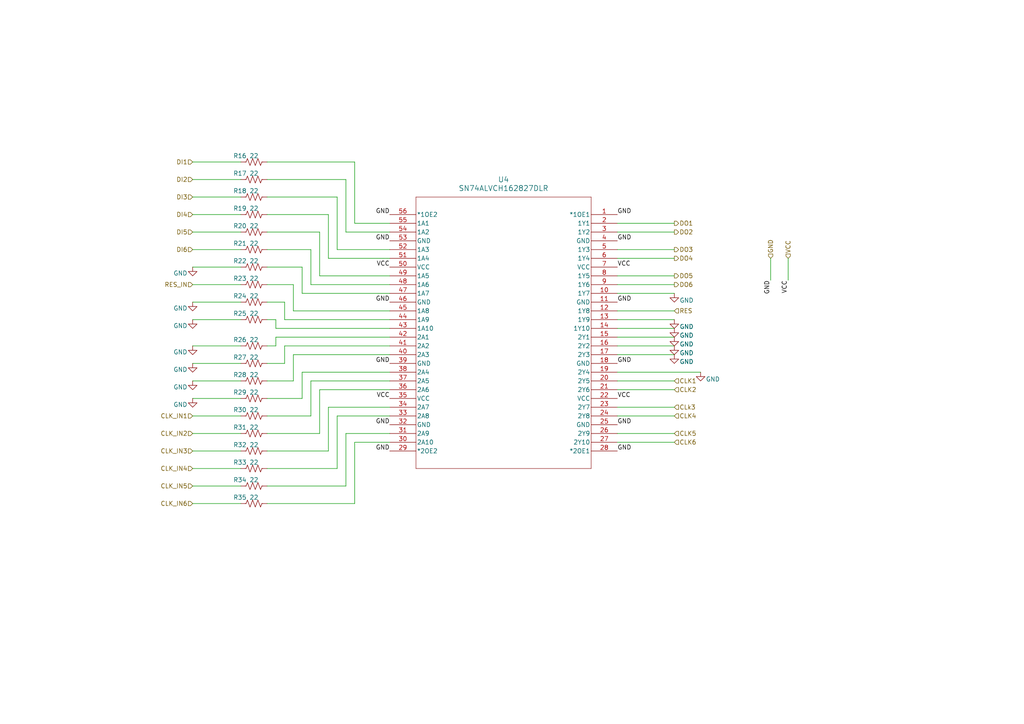
<source format=kicad_sch>
(kicad_sch (version 20231120) (generator "eeschema") (generator_version "8.0")
  (paper "A4")
  (lib_symbols
    (symbol "74ALVCH:SN74ALVCH162827DLR" (pin_names (offset 0.254))
      (property "Reference" "U" (at 33.02 10.16 0))
      (property "Value" "SN74ALVCH162827DLR" (at 33.02 7.62 0))
      (symbol "SN74ALVCH162827DLR_0_1"
        (polyline (pts (xy 7.62 -73.66) (xy 58.42 -73.66)) (stroke (width 0.127)))
        (polyline (pts (xy 7.62 5.08) (xy 7.62 -73.66)) (stroke (width 0.127)))
        (polyline (pts (xy 58.42 -73.66) (xy 58.42 5.08)) (stroke (width 0.127)))
        (polyline (pts (xy 58.42 5.08) (xy 7.62 5.08)) (stroke (width 0.127)))
        (pin input line (at 0 0 0) (length 7.62) (name "*1OE1") (number "1"))
        (pin output line (at 0 -22.86 0) (length 7.62) (name "1Y7") (number "10"))
        (pin power_in line (at 0 -25.4 0) (length 7.62) (name "GND") (number "11"))
        (pin output line (at 0 -27.94 0) (length 7.62) (name "1Y8") (number "12"))
        (pin output line (at 0 -30.48 0) (length 7.62) (name "1Y9") (number "13"))
        (pin output line (at 0 -33.02 0) (length 7.62) (name "1Y10") (number "14"))
        (pin output line (at 0 -35.56 0) (length 7.62) (name "2Y1") (number "15"))
        (pin output line (at 0 -38.1 0) (length 7.62) (name "2Y2") (number "16"))
        (pin output line (at 0 -40.64 0) (length 7.62) (name "2Y3") (number "17"))
        (pin power_in line (at 0 -43.18 0) (length 7.62) (name "GND") (number "18"))
        (pin output line (at 0 -45.72 0) (length 7.62) (name "2Y4") (number "19"))
        (pin output line (at 0 -2.54 0) (length 7.62) (name "1Y1") (number "2"))
        (pin output line (at 0 -48.26 0) (length 7.62) (name "2Y5") (number "20"))
        (pin output line (at 0 -50.8 0) (length 7.62) (name "2Y6") (number "21"))
        (pin power_in line (at 0 -53.34 0) (length 7.62) (name "VCC") (number "22"))
        (pin output line (at 0 -55.88 0) (length 7.62) (name "2Y7") (number "23"))
        (pin output line (at 0 -58.42 0) (length 7.62) (name "2Y8") (number "24"))
        (pin power_in line (at 0 -60.96 0) (length 7.62) (name "GND") (number "25"))
        (pin output line (at 0 -63.5 0) (length 7.62) (name "2Y9") (number "26"))
        (pin output line (at 0 -66.04 0) (length 7.62) (name "2Y10") (number "27"))
        (pin input line (at 0 -68.58 0) (length 7.62) (name "*2OE1") (number "28"))
        (pin input line (at 66.04 -68.58 180) (length 7.62) (name "*2OE2") (number "29"))
        (pin output line (at 0 -5.08 0) (length 7.62) (name "1Y2") (number "3"))
        (pin input line (at 66.04 -66.04 180) (length 7.62) (name "2A10") (number "30"))
        (pin input line (at 66.04 -63.5 180) (length 7.62) (name "2A9") (number "31"))
        (pin power_in line (at 66.04 -60.96 180) (length 7.62) (name "GND") (number "32"))
        (pin input line (at 66.04 -58.42 180) (length 7.62) (name "2A8") (number "33"))
        (pin input line (at 66.04 -55.88 180) (length 7.62) (name "2A7") (number "34"))
        (pin power_in line (at 66.04 -53.34 180) (length 7.62) (name "VCC") (number "35"))
        (pin input line (at 66.04 -50.8 180) (length 7.62) (name "2A6") (number "36"))
        (pin input line (at 66.04 -48.26 180) (length 7.62) (name "2A5") (number "37"))
        (pin input line (at 66.04 -45.72 180) (length 7.62) (name "2A4") (number "38"))
        (pin power_in line (at 66.04 -43.18 180) (length 7.62) (name "GND") (number "39"))
        (pin power_in line (at 0 -7.62 0) (length 7.62) (name "GND") (number "4"))
        (pin input line (at 66.04 -40.64 180) (length 7.62) (name "2A3") (number "40"))
        (pin input line (at 66.04 -38.1 180) (length 7.62) (name "2A2") (number "41"))
        (pin input line (at 66.04 -35.56 180) (length 7.62) (name "2A1") (number "42"))
        (pin input line (at 66.04 -33.02 180) (length 7.62) (name "1A10") (number "43"))
        (pin input line (at 66.04 -30.48 180) (length 7.62) (name "1A9") (number "44"))
        (pin input line (at 66.04 -27.94 180) (length 7.62) (name "1A8") (number "45"))
        (pin power_in line (at 66.04 -25.4 180) (length 7.62) (name "GND") (number "46"))
        (pin input line (at 66.04 -22.86 180) (length 7.62) (name "1A7") (number "47"))
        (pin input line (at 66.04 -20.32 180) (length 7.62) (name "1A6") (number "48"))
        (pin input line (at 66.04 -17.78 180) (length 7.62) (name "1A5") (number "49"))
        (pin output line (at 0 -10.16 0) (length 7.62) (name "1Y3") (number "5"))
        (pin power_in line (at 66.04 -15.24 180) (length 7.62) (name "VCC") (number "50"))
        (pin input line (at 66.04 -12.7 180) (length 7.62) (name "1A4") (number "51"))
        (pin input line (at 66.04 -10.16 180) (length 7.62) (name "1A3") (number "52"))
        (pin power_in line (at 66.04 -7.62 180) (length 7.62) (name "GND") (number "53"))
        (pin input line (at 66.04 -5.08 180) (length 7.62) (name "1A2") (number "54"))
        (pin input line (at 66.04 -2.54 180) (length 7.62) (name "1A1") (number "55"))
        (pin input line (at 66.04 0 180) (length 7.62) (name "*1OE2") (number "56"))
        (pin output line (at 0 -12.7 0) (length 7.62) (name "1Y4") (number "6"))
        (pin power_in line (at 0 -15.24 0) (length 7.62) (name "VCC") (number "7"))
        (pin output line (at 0 -17.78 0) (length 7.62) (name "1Y5") (number "8"))
        (pin output line (at 0 -20.32 0) (length 7.62) (name "1Y6") (number "9"))
      )
    )
    (symbol "Device:R_US" (pin_numbers hide) (pin_names (offset 0))
      (property "Reference" "R" (at 2.54 0 90))
      (property "Value" "R_US" (at -2.54 0 90))
      (symbol "R_US_0_1"
        (polyline (pts (xy 0 -2.286) (xy 0 -2.54)))
        (polyline (pts (xy 0 2.286) (xy 0 2.54)))
        (polyline (pts (xy 0 -0.762) (xy 1.016 -1.143) (xy 0 -1.524) (xy -1.016 -1.905) (xy 0 -2.286)))
        (polyline (pts (xy 0 0.762) (xy 1.016 0.381) (xy 0 0) (xy -1.016 -0.381) (xy 0 -0.762)))
        (polyline (pts (xy 0 2.286) (xy 1.016 1.905) (xy 0 1.524) (xy -1.016 1.143) (xy 0 0.762)))
      )
      (symbol "R_US_1_1"
        (pin passive line (at 0 3.81 270) (length 1.27) (name "~") (number "1"))
        (pin passive line (at 0 -3.81 90) (length 1.27) (name "~") (number "2"))
      )
    )
    (symbol "power:GND" (power) (pin_numbers hide) (pin_names (offset 0) hide)
      (property "Value" "GND" (at 0 -3.81 0))
      (symbol "GND_0_1"
        (polyline (pts (xy 0 0) (xy 0 -1.27) (xy 1.27 -1.27) (xy 0 -2.54) (xy -1.27 -1.27) (xy 0 -1.27)))
      )
      (symbol "GND_1_1"
        (pin power_in line (at 0 0 270) (length 0) (name "~") (number "1"))
      )
    )
  )
  (wire (pts (xy 179.07 97.79) (xy 195.58 97.79)))
  (wire (pts (xy 82.55 87.63) (xy 82.55 92.71)))
  (wire (pts (xy 113.03 107.95) (xy 87.63 107.95)))
  (wire (pts (xy 100.33 125.73) (xy 100.33 140.97)))
  (wire (pts (xy 80.01 97.79) (xy 80.01 100.33)))
  (wire (pts (xy 80.01 92.71) (xy 77.47 92.71)))
  (wire (pts (xy 179.07 74.93) (xy 195.58 74.93)))
  (wire (pts (xy 55.88 62.23) (xy 69.85 62.23)))
  (wire (pts (xy 95.25 118.11) (xy 95.25 130.81)))
  (wire (pts (xy 113.03 82.55) (xy 90.17 82.55)))
  (wire (pts (xy 82.55 92.71) (xy 113.03 92.71)))
  (wire (pts (xy 55.88 125.73) (xy 69.85 125.73)))
  (wire (pts (xy 179.07 80.01) (xy 195.58 80.01)))
  (wire (pts (xy 90.17 120.65) (xy 77.47 120.65)))
  (wire (pts (xy 82.55 105.41) (xy 77.47 105.41)))
  (wire (pts (xy 77.47 72.39) (xy 90.17 72.39)))
  (wire (pts (xy 55.88 72.39) (xy 69.85 72.39)))
  (wire (pts (xy 55.88 46.99) (xy 69.85 46.99)))
  (wire (pts (xy 55.88 146.05) (xy 69.85 146.05)))
  (wire (pts (xy 92.71 67.31) (xy 77.47 67.31)))
  (wire (pts (xy 55.88 135.89) (xy 69.85 135.89)))
  (wire (pts (xy 92.71 125.73) (xy 77.47 125.73)))
  (wire (pts (xy 87.63 107.95) (xy 87.63 115.57)))
  (wire (pts (xy 113.03 102.87) (xy 85.09 102.87)))
  (wire (pts (xy 100.33 140.97) (xy 77.47 140.97)))
  (wire (pts (xy 85.09 102.87) (xy 85.09 110.49)))
  (wire (pts (xy 55.88 130.81) (xy 69.85 130.81)))
  (wire (pts (xy 95.25 74.93) (xy 95.25 62.23)))
  (wire (pts (xy 97.79 72.39) (xy 113.03 72.39)))
  (wire (pts (xy 55.88 82.55) (xy 69.85 82.55)))
  (wire (pts (xy 102.87 128.27) (xy 102.87 146.05)))
  (wire (pts (xy 85.09 110.49) (xy 77.47 110.49)))
  (wire (pts (xy 102.87 146.05) (xy 77.47 146.05)))
  (wire (pts (xy 179.07 92.71) (xy 195.58 92.71)))
  (wire (pts (xy 113.03 67.31) (xy 100.33 67.31)))
  (wire (pts (xy 113.03 118.11) (xy 95.25 118.11)))
  (wire (pts (xy 80.01 95.25) (xy 80.01 92.71)))
  (wire (pts (xy 77.47 46.99) (xy 102.87 46.99)))
  (wire (pts (xy 55.88 92.71) (xy 69.85 92.71)))
  (wire (pts (xy 113.03 97.79) (xy 80.01 97.79)))
  (wire (pts (xy 102.87 46.99) (xy 102.87 64.77)))
  (wire (pts (xy 113.03 80.01) (xy 92.71 80.01)))
  (wire (pts (xy 80.01 100.33) (xy 77.47 100.33)))
  (wire (pts (xy 179.07 100.33) (xy 195.58 100.33)))
  (wire (pts (xy 77.47 87.63) (xy 82.55 87.63)))
  (wire (pts (xy 90.17 82.55) (xy 90.17 72.39)))
  (wire (pts (xy 55.88 110.49) (xy 69.85 110.49)))
  (wire (pts (xy 95.25 130.81) (xy 77.47 130.81)))
  (wire (pts (xy 87.63 85.09) (xy 87.63 77.47)))
  (wire (pts (xy 113.03 90.17) (xy 85.09 90.17)))
  (wire (pts (xy 85.09 90.17) (xy 85.09 82.55)))
  (wire (pts (xy 113.03 85.09) (xy 87.63 85.09)))
  (wire (pts (xy 100.33 52.07) (xy 77.47 52.07)))
  (wire (pts (xy 55.88 115.57) (xy 69.85 115.57)))
  (wire (pts (xy 90.17 110.49) (xy 90.17 120.65)))
  (wire (pts (xy 82.55 100.33) (xy 82.55 105.41)))
  (wire (pts (xy 85.09 82.55) (xy 77.47 82.55)))
  (wire (pts (xy 97.79 72.39) (xy 97.79 57.15)))
  (wire (pts (xy 179.07 85.09) (xy 195.58 85.09)))
  (wire (pts (xy 92.71 113.03) (xy 92.71 125.73)))
  (wire (pts (xy 179.07 95.25) (xy 195.58 95.25)))
  (wire (pts (xy 223.52 74.93) (xy 223.52 81.28)))
  (wire (pts (xy 55.88 67.31) (xy 69.85 67.31)))
  (wire (pts (xy 113.03 100.33) (xy 82.55 100.33)))
  (wire (pts (xy 113.03 95.25) (xy 80.01 95.25)))
  (wire (pts (xy 179.07 72.39) (xy 195.58 72.39)))
  (wire (pts (xy 100.33 67.31) (xy 100.33 52.07)))
  (wire (pts (xy 87.63 115.57) (xy 77.47 115.57)))
  (wire (pts (xy 179.07 110.49) (xy 195.58 110.49)))
  (wire (pts (xy 55.88 140.97) (xy 69.85 140.97)))
  (wire (pts (xy 179.07 125.73) (xy 195.58 125.73)))
  (wire (pts (xy 55.88 52.07) (xy 69.85 52.07)))
  (wire (pts (xy 97.79 57.15) (xy 77.47 57.15)))
  (wire (pts (xy 179.07 118.11) (xy 195.58 118.11)))
  (wire (pts (xy 95.25 62.23) (xy 77.47 62.23)))
  (wire (pts (xy 179.07 64.77) (xy 195.58 64.77)))
  (wire (pts (xy 179.07 113.03) (xy 195.58 113.03)))
  (wire (pts (xy 55.88 77.47) (xy 69.85 77.47)))
  (wire (pts (xy 55.88 87.63) (xy 69.85 87.63)))
  (wire (pts (xy 97.79 135.89) (xy 77.47 135.89)))
  (wire (pts (xy 179.07 90.17) (xy 195.58 90.17)))
  (wire (pts (xy 92.71 80.01) (xy 92.71 67.31)))
  (wire (pts (xy 179.07 128.27) (xy 195.58 128.27)))
  (wire (pts (xy 102.87 64.77) (xy 113.03 64.77)))
  (wire (pts (xy 113.03 113.03) (xy 92.71 113.03)))
  (wire (pts (xy 97.79 120.65) (xy 97.79 135.89)))
  (wire (pts (xy 179.07 82.55) (xy 195.58 82.55)))
  (wire (pts (xy 113.03 110.49) (xy 90.17 110.49)))
  (wire (pts (xy 179.07 102.87) (xy 195.58 102.87)))
  (wire (pts (xy 113.03 74.93) (xy 95.25 74.93)))
  (wire (pts (xy 113.03 125.73) (xy 100.33 125.73)))
  (wire (pts (xy 179.07 120.65) (xy 195.58 120.65)))
  (wire (pts (xy 179.07 67.31) (xy 195.58 67.31)))
  (wire (pts (xy 87.63 77.47) (xy 77.47 77.47)))
  (wire (pts (xy 55.88 120.65) (xy 69.85 120.65)))
  (wire (pts (xy 113.03 128.27) (xy 102.87 128.27)))
  (wire (pts (xy 228.6 74.93) (xy 228.6 81.28)))
  (wire (pts (xy 55.88 105.41) (xy 69.85 105.41)))
  (wire (pts (xy 179.07 107.95) (xy 203.2 107.95)))
  (wire (pts (xy 55.88 100.33) (xy 69.85 100.33)))
  (wire (pts (xy 113.03 120.65) (xy 97.79 120.65)))
  (wire (pts (xy 55.88 57.15) (xy 69.85 57.15)))
  (label "GND" (at 113.03 130.81 180))
  (label "GND" (at 179.07 69.85 0))
  (label "VCC" (at 179.07 77.47 0))
  (label "VCC" (at 179.07 115.57 0))
  (label "GND" (at 223.52 81.28 270))
  (label "VCC" (at 113.03 115.57 180))
  (label "VCC" (at 113.03 77.47 180))
  (label "GND" (at 113.03 123.19 180))
  (label "GND" (at 179.07 123.19 0))
  (label "GND" (at 113.03 62.23 180))
  (label "GND" (at 179.07 62.23 0))
  (label "VCC" (at 228.6 81.28 270))
  (label "GND" (at 179.07 130.81 0))
  (label "GND" (at 179.07 105.41 0))
  (label "GND" (at 113.03 105.41 180))
  (label "GND" (at 179.07 87.63 0))
  (label "GND" (at 113.03 87.63 180))
  (label "GND" (at 113.03 69.85 180))
  (hierarchical_label "DI6" (shape input) (at 55.88 72.39 180))
  (hierarchical_label "RES_IN" (shape input) (at 55.88 82.55 180))
  (hierarchical_label "DI3" (shape input) (at 55.88 57.15 180))
  (hierarchical_label "DO6" (shape output) (at 195.58 82.55 0))
  (hierarchical_label "CLK4" (shape input) (at 195.58 120.65 0))
  (hierarchical_label "DI4" (shape input) (at 55.88 62.23 180))
  (hierarchical_label "DO2" (shape output) (at 195.58 67.31 0))
  (hierarchical_label "CLK_IN5" (shape input) (at 55.88 140.97 180))
  (hierarchical_label "CLk3" (shape input) (at 195.58 118.11 0))
  (hierarchical_label "CLK5" (shape input) (at 195.58 125.73 0))
  (hierarchical_label "CLK_IN2" (shape input) (at 55.88 125.73 180))
  (hierarchical_label "CLK_IN4" (shape input) (at 55.88 135.89 180))
  (hierarchical_label "DI2" (shape input) (at 55.88 52.07 180))
  (hierarchical_label "DI5" (shape input) (at 55.88 67.31 180))
  (hierarchical_label "CLK_IN1" (shape input) (at 55.88 120.65 180))
  (hierarchical_label "DI1" (shape input) (at 55.88 46.99 180))
  (hierarchical_label "GND" (shape input) (at 223.52 74.93 90))
  (hierarchical_label "DO3" (shape output) (at 195.58 72.39 0))
  (hierarchical_label "CLK6" (shape input) (at 195.58 128.27 0))
  (hierarchical_label "DO1" (shape output) (at 195.58 64.77 0))
  (hierarchical_label "CLK2" (shape input) (at 195.58 113.03 0))
  (hierarchical_label "CLK_IN3" (shape input) (at 55.88 130.81 180))
  (hierarchical_label "DO4" (shape output) (at 195.58 74.93 0))
  (hierarchical_label "CLK_IN6" (shape input) (at 55.88 146.05 180))
  (hierarchical_label "CLK1" (shape input) (at 195.58 110.49 0))
  (hierarchical_label "VCC" (shape input) (at 228.6 74.93 90))
  (hierarchical_label "DO5" (shape output) (at 195.58 80.01 0))
  (hierarchical_label "RES" (shape input) (at 195.58 90.17 0))
  (symbol (lib_id "Device:R_US") (at 73.66 52.07 90) (unit 1)
    (property "Reference" "R17" (at 69.596 50.292 90))
    (property "Value" "22" (at 73.66 50.292 90))
    (property "Description" "Resistor, US symbol" (effects (hide yes)))
  )
  (symbol (lib_id "power:GND") (at 55.88 92.71 0) (unit 1)
    (property "Reference" "#PWR015" (effects (hide yes)))
    (property "Value" "GND" (at 52.324 94.488 0))
    (property "Description" "Power symbol creates a global label with name \"GND\" , ground" (effects (hide yes)))
  )
  (symbol (lib_id "power:GND") (at 55.88 115.57 0) (unit 1)
    (property "Reference" "#PWR019" (effects (hide yes)))
    (property "Value" "GND" (at 52.324 117.348 0))
    (property "Description" "Power symbol creates a global label with name \"GND\" , ground" (effects (hide yes)))
  )
  (symbol (lib_id "power:GND") (at 55.88 87.63 0) (unit 1)
    (property "Reference" "#PWR014" (effects (hide yes)))
    (property "Value" "GND" (at 52.324 89.408 0))
    (property "Description" "Power symbol creates a global label with name \"GND\" , ground" (effects (hide yes)))
  )
  (symbol (lib_id "Device:R_US") (at 73.66 62.23 90) (unit 1)
    (property "Reference" "R19" (at 69.596 60.452 90))
    (property "Value" "22" (at 73.66 60.452 90))
    (property "Description" "Resistor, US symbol" (effects (hide yes)))
  )
  (symbol (lib_id "74ALVCH:SN74ALVCH162827DLR") (at 179.07 62.23 0) (mirror y) (unit 1)
    (property "Reference" "U4" (at 146.05 52.07 0) (effects (font (size 1.524 1.524))))
    (property "Value" "SN74ALVCH162827DLR" (at 146.05 54.61 0) (effects (font (size 1.524 1.524))))
    (property "Footprint" "DL56" (effects (hide yes)))
    (property "Datasheet" "SN74ALVCH162827DLR" (effects (hide yes)))
  )
  (symbol (lib_id "Device:R_US") (at 73.66 130.81 90) (unit 1)
    (property "Reference" "R32" (at 69.596 129.032 90))
    (property "Value" "22" (at 73.66 129.032 90))
    (property "Description" "Resistor, US symbol" (effects (hide yes)))
  )
  (symbol (lib_id "Device:R_US") (at 73.66 135.89 90) (unit 1)
    (property "Reference" "R33" (at 69.596 134.112 90))
    (property "Value" "22" (at 73.66 134.112 90))
    (property "Description" "Resistor, US symbol" (effects (hide yes)))
  )
  (symbol (lib_id "Device:R_US") (at 73.66 146.05 90) (unit 1)
    (property "Reference" "R35" (at 69.596 144.272 90))
    (property "Value" "22" (at 73.66 144.272 90))
    (property "Description" "Resistor, US symbol" (effects (hide yes)))
  )
  (symbol (lib_id "power:GND") (at 195.58 95.25 0) (unit 1)
    (property "Reference" "#PWR022" (effects (hide yes)))
    (property "Value" "GND" (at 199.136 97.282 0))
    (property "Description" "Power symbol creates a global label with name \"GND\" , ground" (effects (hide yes)))
  )
  (symbol (lib_id "Device:R_US") (at 73.66 120.65 90) (unit 1)
    (property "Reference" "R30" (at 69.596 118.872 90))
    (property "Value" "22" (at 73.66 118.872 90))
    (property "Description" "Resistor, US symbol" (effects (hide yes)))
  )
  (symbol (lib_id "Device:R_US") (at 73.66 110.49 90) (unit 1)
    (property "Reference" "R28" (at 69.596 108.712 90))
    (property "Value" "22" (at 73.66 108.712 90))
    (property "Description" "Resistor, US symbol" (effects (hide yes)))
  )
  (symbol (lib_id "power:GND") (at 195.58 92.71 0) (unit 1)
    (property "Reference" "#PWR021" (effects (hide yes)))
    (property "Value" "GND" (at 199.136 94.742 0))
    (property "Description" "Power symbol creates a global label with name \"GND\" , ground" (effects (hide yes)))
  )
  (symbol (lib_id "Device:R_US") (at 73.66 77.47 90) (unit 1)
    (property "Reference" "R22" (at 69.596 75.692 90))
    (property "Value" "22" (at 73.66 75.692 90))
    (property "Description" "Resistor, US symbol" (effects (hide yes)))
  )
  (symbol (lib_id "Device:R_US") (at 73.66 100.33 90) (unit 1)
    (property "Reference" "R26" (at 69.596 98.552 90))
    (property "Value" "22" (at 73.66 98.552 90))
    (property "Description" "Resistor, US symbol" (effects (hide yes)))
  )
  (symbol (lib_id "power:GND") (at 55.88 100.33 0) (unit 1)
    (property "Reference" "#PWR016" (effects (hide yes)))
    (property "Value" "GND" (at 52.324 102.108 0))
    (property "Description" "Power symbol creates a global label with name \"GND\" , ground" (effects (hide yes)))
  )
  (symbol (lib_id "power:GND") (at 195.58 97.79 0) (unit 1)
    (property "Reference" "#PWR023" (effects (hide yes)))
    (property "Value" "GND" (at 199.136 99.822 0))
    (property "Description" "Power symbol creates a global label with name \"GND\" , ground" (effects (hide yes)))
  )
  (symbol (lib_id "Device:R_US") (at 73.66 82.55 90) (unit 1)
    (property "Reference" "R23" (at 69.596 80.772 90))
    (property "Value" "22" (at 73.66 80.772 90))
    (property "Description" "Resistor, US symbol" (effects (hide yes)))
  )
  (symbol (lib_id "Device:R_US") (at 73.66 105.41 90) (unit 1)
    (property "Reference" "R27" (at 69.596 103.632 90))
    (property "Value" "22" (at 73.66 103.632 90))
    (property "Description" "Resistor, US symbol" (effects (hide yes)))
  )
  (symbol (lib_id "Device:R_US") (at 73.66 115.57 90) (unit 1)
    (property "Reference" "R29" (at 69.596 113.792 90))
    (property "Value" "22" (at 73.66 113.792 90))
    (property "Description" "Resistor, US symbol" (effects (hide yes)))
  )
  (symbol (lib_id "Device:R_US") (at 73.66 87.63 90) (unit 1)
    (property "Reference" "R24" (at 69.596 85.852 90))
    (property "Value" "22" (at 73.66 85.852 90))
    (property "Description" "Resistor, US symbol" (effects (hide yes)))
  )
  (symbol (lib_id "power:GND") (at 195.58 85.09 0) (unit 1)
    (property "Reference" "#PWR020" (effects (hide yes)))
    (property "Value" "GND" (at 199.136 87.122 0))
    (property "Description" "Power symbol creates a global label with name \"GND\" , ground" (effects (hide yes)))
  )
  (symbol (lib_id "power:GND") (at 55.88 110.49 0) (unit 1)
    (property "Reference" "#PWR018" (effects (hide yes)))
    (property "Value" "GND" (at 52.324 112.268 0))
    (property "Description" "Power symbol creates a global label with name \"GND\" , ground" (effects (hide yes)))
  )
  (symbol (lib_id "Device:R_US") (at 73.66 140.97 90) (unit 1)
    (property "Reference" "R34" (at 69.596 139.192 90))
    (property "Value" "22" (at 73.66 139.192 90))
    (property "Description" "Resistor, US symbol" (effects (hide yes)))
  )
  (symbol (lib_id "power:GND") (at 195.58 100.33 0) (unit 1)
    (property "Reference" "#PWR024" (effects (hide yes)))
    (property "Value" "GND" (at 199.136 102.362 0))
    (property "Description" "Power symbol creates a global label with name \"GND\" , ground" (effects (hide yes)))
  )
  (symbol (lib_id "power:GND") (at 203.2 107.95 0) (unit 1)
    (property "Reference" "#PWR026" (effects (hide yes)))
    (property "Value" "GND" (at 206.756 109.982 0))
    (property "Description" "Power symbol creates a global label with name \"GND\" , ground" (effects (hide yes)))
  )
  (symbol (lib_id "Device:R_US") (at 73.66 72.39 90) (unit 1)
    (property "Reference" "R21" (at 69.596 70.612 90))
    (property "Value" "22" (at 73.66 70.612 90))
    (property "Description" "Resistor, US symbol" (effects (hide yes)))
  )
  (symbol (lib_id "power:GND") (at 55.88 77.47 0) (unit 1)
    (property "Reference" "#PWR013" (effects (hide yes)))
    (property "Value" "GND" (at 52.324 79.248 0))
    (property "Description" "Power symbol creates a global label with name \"GND\" , ground" (effects (hide yes)))
  )
  (symbol (lib_id "power:GND") (at 195.58 102.87 0) (unit 1)
    (property "Reference" "#PWR025" (effects (hide yes)))
    (property "Value" "GND" (at 199.136 104.902 0))
    (property "Description" "Power symbol creates a global label with name \"GND\" , ground" (effects (hide yes)))
  )
  (symbol (lib_id "Device:R_US") (at 73.66 67.31 90) (unit 1)
    (property "Reference" "R20" (at 69.596 65.532 90))
    (property "Value" "22" (at 73.66 65.532 90))
    (property "Description" "Resistor, US symbol" (effects (hide yes)))
  )
  (symbol (lib_id "power:GND") (at 55.88 105.41 0) (unit 1)
    (property "Reference" "#PWR017" (effects (hide yes)))
    (property "Value" "GND" (at 52.324 107.188 0))
    (property "Description" "Power symbol creates a global label with name \"GND\" , ground" (effects (hide yes)))
  )
  (symbol (lib_id "Device:R_US") (at 73.66 92.71 90) (unit 1)
    (property "Reference" "R25" (at 69.596 90.932 90))
    (property "Value" "22" (at 73.66 90.932 90))
    (property "Description" "Resistor, US symbol" (effects (hide yes)))
  )
  (symbol (lib_id "Device:R_US") (at 73.66 46.99 90) (unit 1)
    (property "Reference" "R16" (at 69.596 45.212 90))
    (property "Value" "22" (at 73.66 45.212 90))
    (property "Description" "Resistor, US symbol" (effects (hide yes)))
  )
  (symbol (lib_id "Device:R_US") (at 73.66 57.15 90) (unit 1)
    (property "Reference" "R18" (at 69.596 55.372 90))
    (property "Value" "22" (at 73.66 55.372 90))
    (property "Description" "Resistor, US symbol" (effects (hide yes)))
  )
  (symbol (lib_id "Device:R_US") (at 73.66 125.73 90) (unit 1)
    (property "Reference" "R31" (at 69.596 123.952 90))
    (property "Value" "22" (at 73.66 123.952 90))
    (property "Description" "Resistor, US symbol" (effects (hide yes)))
  )
)
</source>
